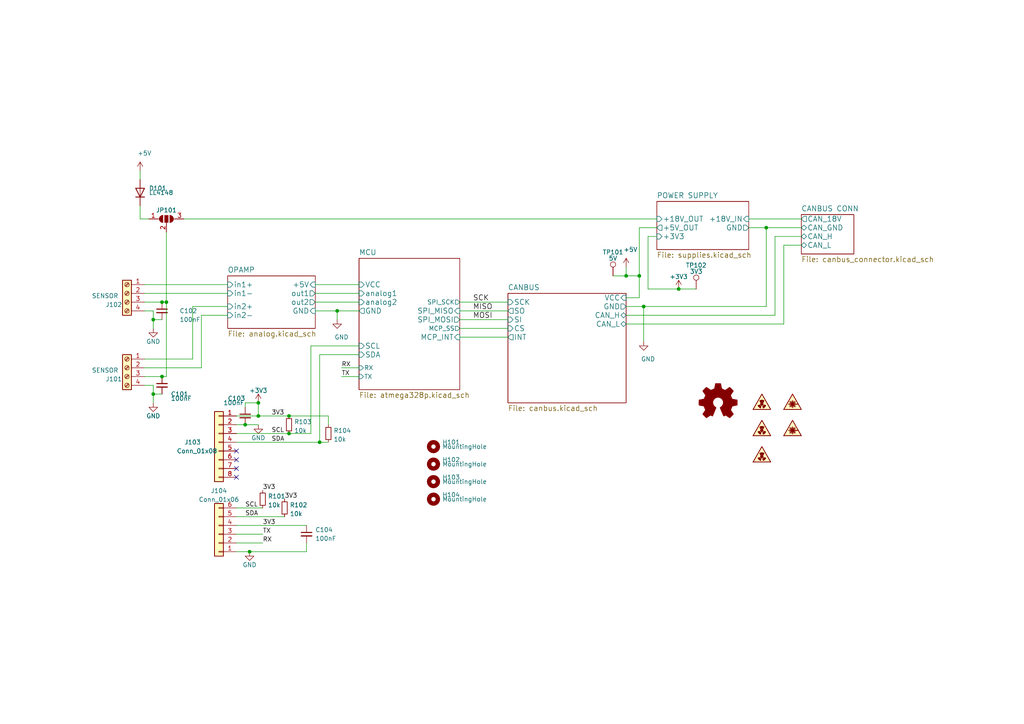
<source format=kicad_sch>
(kicad_sch (version 20211123) (generator eeschema)
  (paper "A4")
  (lib_symbols
    (symbol "Connector:Screw_Terminal_01x04" (pin_names (offset 1.016) hide)
      (property "Reference" "J" (at 0 5.08 0))
      (property "Value" "Screw_Terminal_01x04" (at 0 -7.62 0))
      (symbol "Screw_Terminal_01x04_1_1"
        (rectangle (start -1.27 3.81) (end 1.27 -6.35) (stroke (width 0.254)) (fill (type background)))
        (circle (center 0 -5.08) (radius 0.635) (stroke (width 0.1524)))
        (circle (center 0 -2.54) (radius 0.635) (stroke (width 0.1524)))
        (polyline (pts (xy -0.5334 -4.7498) (xy 0.3302 -5.588)) (stroke (width 0.1524)))
        (polyline (pts (xy -0.5334 -2.2098) (xy 0.3302 -3.048)) (stroke (width 0.1524)))
        (polyline (pts (xy -0.5334 0.3302) (xy 0.3302 -0.508)) (stroke (width 0.1524)))
        (polyline (pts (xy -0.5334 2.8702) (xy 0.3302 2.032)) (stroke (width 0.1524)))
        (polyline (pts (xy -0.3556 -4.572) (xy 0.508 -5.4102)) (stroke (width 0.1524)))
        (polyline (pts (xy -0.3556 -2.032) (xy 0.508 -2.8702)) (stroke (width 0.1524)))
        (polyline (pts (xy -0.3556 0.508) (xy 0.508 -0.3302)) (stroke (width 0.1524)))
        (polyline (pts (xy -0.3556 3.048) (xy 0.508 2.2098)) (stroke (width 0.1524)))
        (circle (center 0 0) (radius 0.635) (stroke (width 0.1524)))
        (circle (center 0 2.54) (radius 0.635) (stroke (width 0.1524)))
        (pin passive line (at -5.08 2.54 0) (length 3.81) (name "Pin_1") (number "1"))
        (pin passive line (at -5.08 0 0) (length 3.81) (name "Pin_2") (number "2"))
        (pin passive line (at -5.08 -2.54 0) (length 3.81) (name "Pin_3") (number "3"))
        (pin passive line (at -5.08 -5.08 0) (length 3.81) (name "Pin_4") (number "4"))
      )
    )
    (symbol "Connector:TestPoint" (pin_numbers hide) (pin_names (offset 0.762) hide)
      (property "Reference" "TP" (at 0 6.858 0))
      (property "Value" "TestPoint" (at 0 5.08 0))
      (symbol "TestPoint_0_1"
        (circle (center 0 3.302) (radius 0.762))
      )
      (symbol "TestPoint_1_1"
        (pin passive line (at 0 0 90) (length 2.54) (name "1") (number "1"))
      )
    )
    (symbol "Connector_Generic:Conn_01x06" (pin_names (offset 1.016) hide)
      (property "Reference" "J" (at 0 7.62 0))
      (property "Value" "Conn_01x06" (at 0 -10.16 0))
      (symbol "Conn_01x06_1_1"
        (rectangle (start -1.27 -7.493) (end 0 -7.747) (stroke (width 0.1524)))
        (rectangle (start -1.27 -4.953) (end 0 -5.207) (stroke (width 0.1524)))
        (rectangle (start -1.27 -2.413) (end 0 -2.667) (stroke (width 0.1524)))
        (rectangle (start -1.27 0.127) (end 0 -0.127) (stroke (width 0.1524)))
        (rectangle (start -1.27 2.667) (end 0 2.413) (stroke (width 0.1524)))
        (rectangle (start -1.27 5.207) (end 0 4.953) (stroke (width 0.1524)))
        (rectangle (start -1.27 6.35) (end 1.27 -8.89) (stroke (width 0.254)) (fill (type background)))
        (pin passive line (at -5.08 5.08 0) (length 3.81) (name "Pin_1") (number "1"))
        (pin passive line (at -5.08 2.54 0) (length 3.81) (name "Pin_2") (number "2"))
        (pin passive line (at -5.08 0 0) (length 3.81) (name "Pin_3") (number "3"))
        (pin passive line (at -5.08 -2.54 0) (length 3.81) (name "Pin_4") (number "4"))
        (pin passive line (at -5.08 -5.08 0) (length 3.81) (name "Pin_5") (number "5"))
        (pin passive line (at -5.08 -7.62 0) (length 3.81) (name "Pin_6") (number "6"))
      )
    )
    (symbol "Connector_Generic:Conn_01x08" (pin_names (offset 1.016) hide)
      (property "Reference" "J" (at 0 10.16 0))
      (property "Value" "Conn_01x08" (at 0 -12.7 0))
      (symbol "Conn_01x08_1_1"
        (rectangle (start -1.27 -10.033) (end 0 -10.287) (stroke (width 0.1524)))
        (rectangle (start -1.27 -7.493) (end 0 -7.747) (stroke (width 0.1524)))
        (rectangle (start -1.27 -4.953) (end 0 -5.207) (stroke (width 0.1524)))
        (rectangle (start -1.27 -2.413) (end 0 -2.667) (stroke (width 0.1524)))
        (rectangle (start -1.27 0.127) (end 0 -0.127) (stroke (width 0.1524)))
        (rectangle (start -1.27 2.667) (end 0 2.413) (stroke (width 0.1524)))
        (rectangle (start -1.27 5.207) (end 0 4.953) (stroke (width 0.1524)))
        (rectangle (start -1.27 7.747) (end 0 7.493) (stroke (width 0.1524)))
        (rectangle (start -1.27 8.89) (end 1.27 -11.43) (stroke (width 0.254)) (fill (type background)))
        (pin passive line (at -5.08 7.62 0) (length 3.81) (name "Pin_1") (number "1"))
        (pin passive line (at -5.08 5.08 0) (length 3.81) (name "Pin_2") (number "2"))
        (pin passive line (at -5.08 2.54 0) (length 3.81) (name "Pin_3") (number "3"))
        (pin passive line (at -5.08 0 0) (length 3.81) (name "Pin_4") (number "4"))
        (pin passive line (at -5.08 -2.54 0) (length 3.81) (name "Pin_5") (number "5"))
        (pin passive line (at -5.08 -5.08 0) (length 3.81) (name "Pin_6") (number "6"))
        (pin passive line (at -5.08 -7.62 0) (length 3.81) (name "Pin_7") (number "7"))
        (pin passive line (at -5.08 -10.16 0) (length 3.81) (name "Pin_8") (number "8"))
      )
    )
    (symbol "Device:C_Small" (pin_numbers hide) (pin_names (offset 0.254) hide)
      (property "Reference" "C" (at 0.254 1.778 0))
      (property "Value" "C_Small" (at 0.254 -2.032 0))
      (symbol "C_Small_0_1"
        (polyline (pts (xy -1.524 -0.508) (xy 1.524 -0.508)) (stroke (width 0.3302)))
        (polyline (pts (xy -1.524 0.508) (xy 1.524 0.508)) (stroke (width 0.3048)))
      )
      (symbol "C_Small_1_1"
        (pin passive line (at 0 2.54 270) (length 2.032) (name "~") (number "1"))
        (pin passive line (at 0 -2.54 90) (length 2.032) (name "~") (number "2"))
      )
    )
    (symbol "Device:R_Small" (pin_numbers hide) (pin_names (offset 0.254) hide)
      (property "Reference" "R" (at 0.762 0.508 0))
      (property "Value" "R_Small" (at 0.762 -1.016 0))
      (symbol "R_Small_0_1"
        (rectangle (start -0.762 1.778) (end 0.762 -1.778) (stroke (width 0.2032)))
      )
      (symbol "R_Small_1_1"
        (pin passive line (at 0 2.54 270) (length 0.762) (name "~") (number "1"))
        (pin passive line (at 0 -2.54 90) (length 0.762) (name "~") (number "2"))
      )
    )
    (symbol "Diode:LL4148" (pin_numbers hide) (pin_names (offset 1.016) hide)
      (property "Reference" "D" (at 0 2.54 0))
      (property "Value" "LL4148" (at 0 -2.54 0))
      (symbol "LL4148_0_1"
        (polyline (pts (xy -1.27 1.27) (xy -1.27 -1.27)) (stroke (width 0.254)))
        (polyline (pts (xy 1.27 0) (xy -1.27 0)))
        (polyline (pts (xy 1.27 1.27) (xy 1.27 -1.27) (xy -1.27 0) (xy 1.27 1.27)) (stroke (width 0.254)))
      )
      (symbol "LL4148_1_1"
        (pin passive line (at -3.81 0 0) (length 2.54) (name "K") (number "1"))
        (pin passive line (at 3.81 0 180) (length 2.54) (name "A") (number "2"))
      )
    )
    (symbol "Graphic:Logo_Open_Hardware_Small" (pin_names (offset 1.016))
      (symbol "Logo_Open_Hardware_Small_0_1"
        (polyline (pts (xy 3.3528 -4.3434) (xy 3.302 -4.318) (xy 3.175 -4.2418) (xy 2.9972 -4.1148) (xy 2.7686 -3.9624) (xy 2.54 -3.81) (xy 2.3622 -3.7084) (xy 2.2352 -3.6068) (xy 2.1844 -3.5814) (xy 2.159 -3.6068) (xy 2.0574 -3.6576) (xy 1.905 -3.7338) (xy 1.8034 -3.7846) (xy 1.6764 -3.8354) (xy 1.6002 -3.8354) (xy 1.6002 -3.8354) (xy 1.5494 -3.7338) (xy 1.4732 -3.5306) (xy 1.3462 -3.302) (xy 1.2446 -3.0226) (xy 1.1176 -2.7178) (xy 0.9652 -2.413) (xy 0.8636 -2.1082) (xy 0.7366 -1.8288) (xy 0.6604 -1.6256) (xy 0.6096 -1.4732) (xy 0.5842 -1.397) (xy 0.5842 -1.397) (xy 0.6604 -1.3208) (xy 0.7874 -1.2446) (xy 1.0414 -1.016) (xy 1.2954 -0.6858) (xy 1.4478 -0.3302) (xy 1.524 0.0762) (xy 1.4732 0.4572) (xy 1.3208 0.8128) (xy 1.0668 1.143) (xy 0.762 1.3716) (xy 0.4064 1.524) (xy 0 1.5748) (xy -0.381 1.5494) (xy -0.7366 1.397) (xy -1.0668 1.143) (xy -1.2192 0.9906) (xy -1.397 0.6604) (xy -1.524 0.3048) (xy -1.524 0.2286) (xy -1.4986 -0.1778) (xy -1.397 -0.5334) (xy -1.1938 -0.8636) (xy -0.9144 -1.143) (xy -0.8636 -1.1684) (xy -0.7366 -1.27) (xy -0.635 -1.3462) (xy -0.5842 -1.397) (xy -1.0668 -2.5908) (xy -1.143 -2.794) (xy -1.2954 -3.1242) (xy -1.397 -3.4036) (xy -1.4986 -3.6322) (xy -1.5748 -3.7846) (xy -1.6002 -3.8354) (xy -1.6002 -3.8354) (xy -1.651 -3.8354) (xy -1.7272 -3.81) (xy -1.905 -3.7338) (xy -2.0066 -3.683) (xy -2.1336 -3.6068) (xy -2.2098 -3.5814) (xy -2.2606 -3.6068) (xy -2.3622 -3.683) (xy -2.54 -3.81) (xy -2.7686 -3.9624) (xy -2.9718 -4.0894) (xy -3.1496 -4.2164) (xy -3.302 -4.318) (xy -3.3528 -4.3434) (xy -3.3782 -4.3434) (xy -3.429 -4.318) (xy -3.5306 -4.2164) (xy -3.7084 -4.064) (xy -3.937 -3.8354) (xy -3.9624 -3.81) (xy -4.1656 -3.6068) (xy -4.318 -3.4544) (xy -4.4196 -3.3274) (xy -4.445 -3.2766) (xy -4.445 -3.2766) (xy -4.4196 -3.2258) (xy -4.318 -3.0734) (xy -4.2164 -2.8956) (xy -4.064 -2.667) (xy -3.6576 -2.0828) (xy -3.8862 -1.5494) (xy -3.937 -1.3716) (xy -4.0386 -1.1684) (xy -4.0894 -1.0414) (xy -4.1148 -0.9652) (xy -4.191 -0.9398) (xy -4.318 -0.9144) (xy -4.5466 -0.8636) (xy -4.8006 -0.8128) (xy -5.0546 -0.7874) (xy -5.2578 -0.7366) (xy -5.4356 -0.7112) (xy -5.5118 -0.6858) (xy -5.5118 -0.6858) (xy -5.5372 -0.635) (xy -5.5372 -0.5588) (xy -5.5372 -0.4318) (xy -5.5626 -0.2286) (xy -5.5626 0.0762) (xy -5.5626 0.127) (xy -5.5372 0.4064) (xy -5.5372 0.635) (xy -5.5372 0.762) (xy -5.5372 0.8382) (xy -5.5372 0.8382) (xy -5.461 0.8382) (xy -5.3086 0.889) (xy -5.08 0.9144) (xy -4.826 0.9652) (xy -4.8006 0.9906) (xy -4.5466 1.0414) (xy -4.318 1.0668) (xy -4.1656 1.1176) (xy -4.0894 1.143) (xy -4.0894 1.143) (xy -4.0386 1.2446) (xy -3.9624 1.4224) (xy -3.8608 1.6256) (xy -3.7846 1.8288) (xy -3.7084 2.0066) (xy -3.6576 2.159) (xy -3.6322 2.2098) (xy -3.6322 2.2098) (xy -3.683 2.286) (xy -3.7592 2.413) (xy -3.8862 2.5908) (xy -4.064 2.8194) (xy -4.064 2.8448) (xy -4.2164 3.0734) (xy -4.3434 3.2512) (xy -4.4196 3.3782) (xy -4.445 3.4544) (xy -4.445 3.4544) (xy -4.3942 3.5052) (xy -4.2926 3.6322) (xy -4.1148 3.81) (xy -3.937 4.0132) (xy -3.8608 4.064) (xy -3.6576 4.2926) (xy -3.5052 4.4196) (xy -3.4036 4.4958) (xy -3.3528 4.5212) (xy -3.3528 4.5212) (xy -3.302 4.4704) (xy -3.1496 4.3688) (xy -2.9718 4.2418) (xy -2.7432 4.0894) (xy -2.7178 4.0894) (xy -2.4892 3.937) (xy -2.3114 3.81) (xy -2.1844 3.7084) (xy -2.1336 3.683) (xy -2.1082 3.683) (xy -2.032 3.7084) (xy -1.8542 3.7592) (xy -1.6764 3.8354) (xy -1.4732 3.937) (xy -1.27 4.0132) (xy -1.143 4.064) (xy -1.0668 4.1148) (xy -1.0668 4.1148) (xy -1.0414 4.191) (xy -1.016 4.3434) (xy -0.9652 4.572) (xy -0.9144 4.8514) (xy -0.889 4.9022) (xy -0.8382 5.1562) (xy -0.8128 5.3848) (xy -0.7874 5.5372) (xy -0.762 5.588) (xy -0.7112 5.6134) (xy -0.5842 5.6134) (xy -0.4064 5.6134) (xy -0.1524 5.6134) (xy 0.0762 5.6134) (xy 0.3302 5.6134) (xy 0.5334 5.6134) (xy 0.6858 5.588) (xy 0.7366 5.588) (xy 0.7366 5.588) (xy 0.762 5.5118) (xy 0.8128 5.334) (xy 0.8382 5.1054) (xy 0.9144 4.826) (xy 0.9144 4.7752) (xy 0.9652 4.5212) (xy 1.016 4.2926) (xy 1.0414 4.1402) (xy 1.0668 4.0894) (xy 1.0668 4.0894) (xy 1.1938 4.0386) (xy 1.3716 3.9624) (xy 1.5748 3.8608) (xy 2.0828 3.6576) (xy 2.7178 4.0894) (xy 2.7686 4.1402) (xy 2.9972 4.2926) (xy 3.175 4.4196) (xy 3.302 4.4958) (xy 3.3782 4.5212) (xy 3.3782 4.5212) (xy 3.429 4.4704) (xy 3.556 4.3434) (xy 3.7338 4.191) (xy 3.9116 3.9878) (xy 4.064 3.8354) (xy 4.2418 3.6576) (xy 4.3434 3.556) (xy 4.4196 3.4798) (xy 4.4196 3.429) (xy 4.4196 3.4036) (xy 4.3942 3.3274) (xy 4.2926 3.2004) (xy 4.1656 2.9972) (xy 4.0132 2.794) (xy 3.8862 2.5908) (xy 3.7592 2.3876) (xy 3.6576 2.2352) (xy 3.6322 2.159) (xy 3.6322 2.1336) (xy 3.683 2.0066) (xy 3.7592 1.8288) (xy 3.8608 1.6002) (xy 4.064 1.1176) (xy 4.3942 1.0414) (xy 4.5974 1.016) (xy 4.8768 0.9652) (xy 5.1308 0.9144) (xy 5.5372 0.8382) (xy 5.5626 -0.6604) (xy 5.4864 -0.6858) (xy 5.4356 -0.6858) (xy 5.2832 -0.7366) (xy 5.0546 -0.762) (xy 4.8006 -0.8128) (xy 4.5974 -0.8636) (xy 4.3688 -0.9144) (xy 4.2164 -0.9398) (xy 4.1402 -0.9398) (xy 4.1148 -0.9652) (xy 4.064 -1.0668) (xy 3.9878 -1.2446) (xy 3.9116 -1.4478) (xy 3.81 -1.651) (xy 3.7338 -1.8542) (xy 3.683 -2.0066) (xy 3.6576 -2.0828) (xy 3.683 -2.1336) (xy 3.7846 -2.2606) (xy 3.8862 -2.4638) (xy 4.0386 -2.667) (xy 4.191 -2.8956) (xy 4.318 -3.0734) (xy 4.3942 -3.2004) (xy 4.445 -3.2766) (xy 4.4196 -3.3274) (xy 4.3434 -3.429) (xy 4.1656 -3.5814) (xy 3.937 -3.8354) (xy 3.8862 -3.8608) (xy 3.683 -4.064) (xy 3.5306 -4.2164) (xy 3.4036 -4.318) (xy 3.3528 -4.3434)) (fill (type outline)))
      )
    )
    (symbol "Graphic:SYM_LASER_Small" (pin_names (offset 1.016) hide)
      (symbol "SYM_LASER_Small_0_1"
        (polyline (pts (xy -1.143 -0.381) (xy 1.651 -0.381)) (stroke (width 0.254)))
        (polyline (pts (xy -0.889 -0.762) (xy 0.889 0)))
        (polyline (pts (xy -0.889 0) (xy 0.889 -0.762)))
        (polyline (pts (xy -0.762 -1.143) (xy 0.762 0.381)) (stroke (width 0.254)))
        (polyline (pts (xy -0.381 0.508) (xy 0.381 -1.27)))
        (polyline (pts (xy 0 -1.397) (xy 0 0.635)) (stroke (width 0.254)))
        (polyline (pts (xy 0.381 0.508) (xy -0.381 -1.27)))
        (polyline (pts (xy 0.762 -1.143) (xy -0.762 0.381)) (stroke (width 0.254)))
        (polyline (pts (xy -2.54 -1.905) (xy 2.54 -1.905) (xy 0 2.54) (xy -2.54 -1.905)) (stroke (width 0.254)) (fill (type background)))
      )
    )
    (symbol "Graphic:SYM_Radioactive_Radiation_Small" (pin_names (offset 1.016) hide)
      (symbol "SYM_Radioactive_Radiation_Small_0_0"
        (arc (start -1.1176 -0.7366) (mid -0.8421 -1.2231) (end -0.3556 -1.4986))
        (arc (start -0.6096 -0.6096) (mid -0.4656 -0.8429) (end -0.2286 -0.9906))
        (circle (center -0.0254 -0.3556) (radius 0.3556) (stroke (width 0.254)) (fill (type outline)))
        (polyline (pts (xy -1.1176 -0.7366) (xy -0.6096 -0.6096)))
        (polyline (pts (xy -0.635 0.6096) (xy -0.381 0.1016)))
        (polyline (pts (xy -0.3556 -1.4986) (xy -0.2286 -0.9906)))
        (polyline (pts (xy 0.3556 -1.4986) (xy 0.2286 -0.9906)))
        (polyline (pts (xy 0.635 0.6096) (xy 0.381 0.1016)))
        (polyline (pts (xy 1.1176 -0.7366) (xy 0.6096 -0.6096)))
        (polyline (pts (xy -0.6096 -0.6604) (xy -0.508 -0.8636) (xy -0.254 -0.9652) (xy -0.4064 -1.4732) (xy -0.762 -1.2192) (xy -0.9652 -1.016) (xy -1.0668 -0.7112) (xy -0.6096 -0.6604)) (fill (type outline)))
        (polyline (pts (xy 0.6096 -0.6096) (xy 0.4572 -0.8636) (xy 0.254 -1.016) (xy 0.4064 -1.4732) (xy 0.7112 -1.27) (xy 0.9144 -1.0668) (xy 1.0668 -0.762) (xy 0.6096 -0.6604)) (fill (type outline)))
        (polyline (pts (xy -0.3556 0.1524) (xy -0.1016 0.254) (xy 0.1524 0.254) (xy 0.3556 0.1016) (xy 0.6096 0.6096) (xy 0.3556 0.7112) (xy 0.1016 0.762) (xy -0.1524 0.762) (xy -0.4572 0.6604) (xy -0.6096 0.6096) (xy -0.4064 0.1524)) (fill (type outline)))
        (arc (start 0.2286 -0.9906) (mid 0.4619 -0.8466) (end 0.6096 -0.6096))
        (arc (start 0.3556 -1.4986) (mid 0.8421 -1.2231) (end 1.1176 -0.7366))
        (arc (start 0.381 0.1016) (mid 0 0.2594) (end -0.381 0.1016))
        (arc (start 0.635 0.6096) (mid 0 0.8131) (end -0.635 0.6096))
      )
      (symbol "SYM_Radioactive_Radiation_Small_0_1"
        (polyline (pts (xy -2.54 -1.905) (xy 2.54 -1.905) (xy 0 2.54) (xy -2.54 -1.905)) (stroke (width 0.254)) (fill (type background)))
      )
    )
    (symbol "Jumper:SolderJumper_3_Open" (pin_names (offset 0) hide)
      (property "Reference" "JP" (at -2.54 -2.54 0))
      (property "Value" "SolderJumper_3_Open" (at 0 2.794 0))
      (symbol "SolderJumper_3_Open_0_1"
        (arc (start -1.016 1.016) (mid -2.032 0) (end -1.016 -1.016))
        (arc (start -1.016 1.016) (mid -2.032 0) (end -1.016 -1.016) (fill (type outline)))
        (rectangle (start -0.508 1.016) (end 0.508 -1.016) (fill (type outline)))
        (polyline (pts (xy -2.54 0) (xy -2.032 0)))
        (polyline (pts (xy -1.016 1.016) (xy -1.016 -1.016)))
        (polyline (pts (xy 0 -1.27) (xy 0 -1.016)))
        (polyline (pts (xy 1.016 1.016) (xy 1.016 -1.016)))
        (polyline (pts (xy 2.54 0) (xy 2.032 0)))
        (arc (start 1.016 -1.016) (mid 2.032 0) (end 1.016 1.016))
        (arc (start 1.016 -1.016) (mid 2.032 0) (end 1.016 1.016) (fill (type outline)))
      )
      (symbol "SolderJumper_3_Open_1_1"
        (pin passive line (at -5.08 0 0) (length 2.54) (name "A") (number "1"))
        (pin passive line (at 0 -3.81 90) (length 2.54) (name "C") (number "2"))
        (pin passive line (at 5.08 0 180) (length 2.54) (name "B") (number "3"))
      )
    )
    (symbol "Mechanical:MountingHole" (pin_names (offset 1.016))
      (property "Reference" "H" (at 0 5.08 0))
      (property "Value" "MountingHole" (at 0 3.175 0))
      (symbol "MountingHole_0_1"
        (circle (center 0 0) (radius 1.27) (stroke (width 1.27)))
      )
    )
    (symbol "power:+3.3V" (power) (pin_names (offset 0))
      (property "Value" "+3.3V" (at 0 3.556 0))
      (symbol "+3.3V_0_1"
        (polyline (pts (xy -0.762 1.27) (xy 0 2.54)))
        (polyline (pts (xy 0 0) (xy 0 2.54)))
        (polyline (pts (xy 0 2.54) (xy 0.762 1.27)))
      )
      (symbol "+3.3V_1_1"
        (pin power_in line (at 0 0 90) (length 0) hide (name "+3V3") (number "1"))
      )
    )
    (symbol "power:+5V" (power) (pin_names (offset 0))
      (property "Value" "+5V" (at 0 3.556 0))
      (symbol "+5V_0_1"
        (polyline (pts (xy -0.762 1.27) (xy 0 2.54)))
        (polyline (pts (xy 0 0) (xy 0 2.54)))
        (polyline (pts (xy 0 2.54) (xy 0.762 1.27)))
      )
      (symbol "+5V_1_1"
        (pin power_in line (at 0 0 90) (length 0) hide (name "+5V") (number "1"))
      )
    )
    (symbol "power:GND" (power) (pin_names (offset 0))
      (property "Value" "GND" (at 0 -3.81 0))
      (symbol "GND_0_1"
        (polyline (pts (xy 0 0) (xy 0 -1.27) (xy 1.27 -1.27) (xy 0 -2.54) (xy -1.27 -1.27) (xy 0 -1.27)))
      )
      (symbol "GND_1_1"
        (pin power_in line (at 0 0 270) (length 0) hide (name "GND") (number "1"))
      )
    )
  )
  (junction (at 83.82 120.65))
  (junction (at 92.71 128.27))
  (junction (at 44.45 114.3))
  (junction (at 72.39 160.02))
  (junction (at 186.69 88.9))
  (junction (at 46.99 109.22))
  (junction (at 97.79 90.17))
  (junction (at 46.99 87.63))
  (junction (at 44.45 92.71))
  (junction (at 83.82 125.73))
  (junction (at 185.42 80.01))
  (junction (at 222.25 66.04))
  (junction (at 74.93 116.84))
  (junction (at 181.61 80.01))
  (junction (at 196.85 83.82))
  (junction (at 48.26 87.63))
  (junction (at 74.93 120.65))
  (junction (at 71.12 123.19))
  (no_connect (at 68.58 130.81))
  (no_connect (at 68.58 133.35))
  (no_connect (at 68.58 138.43))
  (no_connect (at 68.58 135.89))
  (wire (pts (xy 222.25 88.9) (xy 186.69 88.9)))
  (wire (pts (xy 83.82 125.73) (xy 90.17 125.73)))
  (wire (pts (xy 68.58 157.48) (xy 76.2 157.48)))
  (wire (pts (xy 74.93 120.65) (xy 74.93 116.84)))
  (wire (pts (xy 40.64 63.5) (xy 43.18 63.5)))
  (wire (pts (xy 185.42 80.01) (xy 185.42 86.36)))
  (wire (pts (xy 44.45 111.76) (xy 41.91 111.76)))
  (wire (pts (xy 44.45 90.17) (xy 41.91 90.17)))
  (wire (pts (xy 55.88 88.9) (xy 66.04 88.9)))
  (wire (pts (xy 58.42 91.44) (xy 58.42 106.68)))
  (wire (pts (xy 44.45 114.3) (xy 44.45 111.76)))
  (wire (pts (xy 88.9 160.02) (xy 88.9 157.48)))
  (wire (pts (xy 91.44 90.17) (xy 97.79 90.17)))
  (wire (pts (xy 232.41 68.58) (xy 224.79 68.58)))
  (wire (pts (xy 41.91 106.68) (xy 58.42 106.68)))
  (wire (pts (xy 74.93 120.65) (xy 83.82 120.65)))
  (wire (pts (xy 147.32 90.17) (xy 133.35 90.17)))
  (wire (pts (xy 76.2 154.94) (xy 68.58 154.94)))
  (wire (pts (xy 44.45 114.3) (xy 44.45 116.84)))
  (wire (pts (xy 91.44 82.55) (xy 104.14 82.55)))
  (wire (pts (xy 46.99 87.63) (xy 48.26 87.63)))
  (wire (pts (xy 44.45 92.71) (xy 44.45 95.25)))
  (wire (pts (xy 224.79 68.58) (xy 224.79 91.44)))
  (wire (pts (xy 41.91 104.14) (xy 55.88 104.14)))
  (wire (pts (xy 83.82 125.73) (xy 68.58 125.73)))
  (wire (pts (xy 41.91 85.09) (xy 66.04 85.09)))
  (wire (pts (xy 99.06 109.22) (xy 104.14 109.22)))
  (wire (pts (xy 104.14 102.87) (xy 92.71 102.87)))
  (wire (pts (xy 181.61 93.98) (xy 227.33 93.98)))
  (wire (pts (xy 95.25 128.27) (xy 92.71 128.27)))
  (wire (pts (xy 181.61 77.47) (xy 181.61 80.01)))
  (wire (pts (xy 58.42 91.44) (xy 66.04 91.44)))
  (wire (pts (xy 46.99 114.3) (xy 44.45 114.3)))
  (wire (pts (xy 222.25 66.04) (xy 232.41 66.04)))
  (wire (pts (xy 74.93 123.19) (xy 71.12 123.19)))
  (wire (pts (xy 68.58 147.32) (xy 76.2 147.32)))
  (wire (pts (xy 147.32 97.79) (xy 133.35 97.79)))
  (wire (pts (xy 92.71 102.87) (xy 92.71 128.27)))
  (wire (pts (xy 68.58 123.19) (xy 71.12 123.19)))
  (wire (pts (xy 90.17 100.33) (xy 104.14 100.33)))
  (wire (pts (xy 95.25 120.65) (xy 95.25 123.19)))
  (wire (pts (xy 181.61 80.01) (xy 177.8 80.01)))
  (wire (pts (xy 190.5 68.58) (xy 187.96 68.58)))
  (wire (pts (xy 40.64 59.69) (xy 40.64 63.5)))
  (wire (pts (xy 41.91 87.63) (xy 46.99 87.63)))
  (wire (pts (xy 186.69 88.9) (xy 181.61 88.9)))
  (wire (pts (xy 48.26 109.22) (xy 46.99 109.22)))
  (wire (pts (xy 68.58 152.4) (xy 88.9 152.4)))
  (wire (pts (xy 222.25 66.04) (xy 222.25 88.9)))
  (wire (pts (xy 217.17 66.04) (xy 222.25 66.04)))
  (wire (pts (xy 92.71 128.27) (xy 68.58 128.27)))
  (wire (pts (xy 41.91 109.22) (xy 46.99 109.22)))
  (wire (pts (xy 147.32 95.25) (xy 133.35 95.25)))
  (wire (pts (xy 181.61 80.01) (xy 185.42 80.01)))
  (wire (pts (xy 68.58 120.65) (xy 74.93 120.65)))
  (wire (pts (xy 99.06 106.68) (xy 104.14 106.68)))
  (wire (pts (xy 186.69 88.9) (xy 186.69 99.06)))
  (wire (pts (xy 196.85 83.82) (xy 201.93 83.82)))
  (wire (pts (xy 40.64 49.53) (xy 40.64 52.07)))
  (wire (pts (xy 46.99 92.71) (xy 44.45 92.71)))
  (wire (pts (xy 91.44 87.63) (xy 104.14 87.63)))
  (wire (pts (xy 68.58 149.86) (xy 82.55 149.86)))
  (wire (pts (xy 187.96 68.58) (xy 187.96 83.82)))
  (wire (pts (xy 187.96 83.82) (xy 196.85 83.82)))
  (wire (pts (xy 232.41 63.5) (xy 217.17 63.5)))
  (wire (pts (xy 53.34 63.5) (xy 190.5 63.5)))
  (wire (pts (xy 83.82 120.65) (xy 95.25 120.65)))
  (wire (pts (xy 227.33 93.98) (xy 227.33 71.12)))
  (wire (pts (xy 48.26 67.31) (xy 48.26 87.63)))
  (wire (pts (xy 224.79 91.44) (xy 181.61 91.44)))
  (wire (pts (xy 44.45 92.71) (xy 44.45 90.17)))
  (wire (pts (xy 66.04 82.55) (xy 41.91 82.55)))
  (wire (pts (xy 147.32 87.63) (xy 133.35 87.63)))
  (wire (pts (xy 91.44 85.09) (xy 104.14 85.09)))
  (wire (pts (xy 227.33 71.12) (xy 232.41 71.12)))
  (wire (pts (xy 190.5 66.04) (xy 185.42 66.04)))
  (wire (pts (xy 55.88 88.9) (xy 55.88 104.14)))
  (wire (pts (xy 72.39 160.02) (xy 88.9 160.02)))
  (wire (pts (xy 48.26 87.63) (xy 48.26 109.22)))
  (wire (pts (xy 185.42 86.36) (xy 181.61 86.36)))
  (wire (pts (xy 74.93 116.84) (xy 71.12 116.84)))
  (wire (pts (xy 90.17 125.73) (xy 90.17 100.33)))
  (wire (pts (xy 97.79 90.17) (xy 104.14 90.17)))
  (wire (pts (xy 185.42 66.04) (xy 185.42 80.01)))
  (wire (pts (xy 71.12 116.84) (xy 71.12 118.11)))
  (wire (pts (xy 133.35 92.71) (xy 147.32 92.71)))
  (wire (pts (xy 97.79 92.71) (xy 97.79 90.17)))
  (wire (pts (xy 68.58 160.02) (xy 72.39 160.02)))
  (label "TX" (at 76.2 154.94 0))
  (label "SDA" (at 71.12 149.86 0))
  (label "SCL" (at 78.74 125.73 0))
  (label "MISO" (at 137.16 90.17 0) (effects (font (size 1.524 1.524))))
  (label "MOSI" (at 137.16 92.71 0) (effects (font (size 1.524 1.524))))
  (label "3V3" (at 82.55 144.78 0))
  (label "SCL" (at 71.12 147.32 0))
  (label "TX" (at 99.06 109.22 0))
  (label "3V3" (at 76.2 142.24 0))
  (label "3V3" (at 76.2 152.4 0))
  (label "SDA" (at 78.74 128.27 0))
  (label "3V3" (at 78.74 120.65 0))
  (label "RX" (at 99.06 106.68 0))
  (label "RX" (at 76.2 157.48 0))
  (label "SCK" (at 137.16 87.63 0) (effects (font (size 1.524 1.524))))
  (symbol (lib_id "Graphic:SYM_Radioactive_Radiation_Small") (at 220.98 132.08 0) (unit 1) (in_bom no)
    (property "Reference" "SYM103" (effects hide))
    (property "Value" "SYM_Radioactive_Radiation_Small" (effects hide))
    (property "Footprint" "KicadZeniteSolarLibrary18:symbol_naolavar" (effects hide))
  )
  (symbol (lib_id "power:GND") (at 97.79 92.71 0) (unit 1)
    (property "Reference" "#PWR0107" (effects hide))
    (property "Value" "GND" (at 99.06 97.79 0))
  )
  (symbol (lib_id "Connector_Generic:Conn_01x08") (at 63.5 128.27 0) (mirror y) (unit 1)
    (property "Reference" "J103" (at 55.88 128.27 0))
    (property "Value" "Conn_01x08" (at 57.15 130.81 0))
    (property "Footprint" "Connector_PinHeader_1.00mm:PinHeader_1x08_P1.00mm_Vertical" (effects hide))
  )
  (symbol (lib_id "power:GND") (at 44.45 95.25 0) (unit 1)
    (property "Reference" "#PWR0102" (effects hide))
    (property "Value" "GND" (at 44.45 99.06 0))
  )
  (symbol (lib_id "Diode:LL4148") (at 40.64 55.88 90) (unit 1)
    (property "Reference" "D101" (at 43.18 54.61 90) (effects (justify right)))
    (property "Value" "LL4148" (at 43.18 55.88 90) (effects (justify right)))
    (property "Footprint" "Diode_SMD:D_MiniMELF_Handsoldering" (effects hide))
    (property "Datasheet" "http://www.vishay.com/docs/85557/ll4148.pdf" (effects hide))
  )
  (symbol (lib_id "Mechanical:MountingHole") (at 125.73 144.78 0) (unit 1)
    (property "Reference" "H104" (at 128.27 143.51 0) (effects (justify left)))
    (property "Value" "MountingHole" (at 128.27 144.78 0) (effects (justify left)))
    (property "Footprint" "MountingHole:MountingHole_3.2mm_M3" (effects hide))
  )
  (symbol (lib_id "Connector_Generic:Conn_01x06") (at 63.5 154.94 180) (unit 1)
    (property "Reference" "J104" (at 63.5 142.3502 0))
    (property "Value" "Conn_01x06" (at 63.5 144.8871 0))
    (property "Footprint" "Connector_PinHeader_2.54mm:PinHeader_1x06_P2.54mm_Vertical" (effects hide))
  )
  (symbol (lib_id "Graphic:SYM_LASER_Small") (at 229.87 124.46 0) (unit 1) (in_bom no)
    (property "Reference" "SYM105" (effects hide))
    (property "Value" "SYM_LASER_Small" (effects hide))
    (property "Footprint" "KicadZeniteSolarLibrary18:synbol_logoifsc" (effects hide))
  )
  (symbol (lib_id "Mechanical:MountingHole") (at 125.73 134.62 0) (unit 1)
    (property "Reference" "H102" (at 128.27 133.35 0) (effects (justify left)))
    (property "Value" "MountingHole" (at 128.27 134.62 0) (effects (justify left)))
    (property "Footprint" "MountingHole:MountingHole_3.2mm_M3" (effects hide))
  )
  (symbol (lib_id "power:GND") (at 44.45 116.84 0) (unit 1)
    (property "Reference" "#PWR0103" (effects hide))
    (property "Value" "GND" (at 44.45 120.65 0))
  )
  (symbol (lib_id "power:+3.3V") (at 196.85 83.82 0) (unit 1)
    (property "Reference" "#PWR0110" (effects hide))
    (property "Value" "+3.3V" (at 196.85 80.2442 0))
  )
  (symbol (lib_id "Device:C_Small") (at 46.99 90.17 0) (unit 1)
    (property "Reference" "C102" (at 52.07 90.17 0) (effects (justify left)))
    (property "Value" "100nF" (at 52.07 92.71 0) (effects (justify left)))
    (property "Footprint" "Capacitor_SMD:C_0805_2012Metric_Pad1.18x1.45mm_HandSolder" (effects hide))
  )
  (symbol (lib_id "Graphic:SYM_Radioactive_Radiation_Small") (at 220.98 116.84 0) (unit 1) (in_bom no)
    (property "Reference" "SYM101" (effects hide))
    (property "Value" "SYM_Radioactive_Radiation_Small" (effects hide))
    (property "Footprint" "KicadZeniteSolarLibrary18:symbol_logoZenite" (effects hide))
  )
  (symbol (lib_id "Connector:Screw_Terminal_01x04") (at 36.83 85.09 0) (mirror y) (unit 1)
    (property "Reference" "J102" (at 33.02 87.63 0) (effects (justify top)))
    (property "Value" "SENSOR" (at 30.48 85.09 0) (effects (justify top)))
    (property "Footprint" "TerminalBlock:TerminalBlock_bornier-4_P5.08mm" (effects hide))
  )
  (symbol (lib_id "power:+3.3V") (at 74.93 116.84 0) (unit 1)
    (property "Reference" "#PWR0105" (effects hide))
    (property "Value" "+3.3V" (at 74.93 113.2642 0))
  )
  (symbol (lib_id "power:+5V") (at 40.64 49.53 0) (unit 1)
    (property "Reference" "#PWR0101" (effects hide))
    (property "Value" "+5V" (at 41.91 44.45 0))
  )
  (symbol (lib_id "Connector:TestPoint") (at 177.8 80.01 0) (unit 1)
    (property "Reference" "TP101" (at 177.8 73.152 0))
    (property "Value" "5V" (at 177.8 74.93 0))
    (property "Footprint" "TestPoint:TestPoint_Pad_2.0x2.0mm" (effects hide))
  )
  (symbol (lib_id "Connector:TestPoint") (at 201.93 83.82 0) (unit 1)
    (property "Reference" "TP102" (at 201.93 76.962 0))
    (property "Value" "3V3" (at 201.93 78.74 0))
    (property "Footprint" "TestPoint:TestPoint_Pad_2.0x2.0mm" (effects hide))
  )
  (symbol (lib_id "Connector:Screw_Terminal_01x04") (at 36.83 106.68 0) (mirror y) (unit 1)
    (property "Reference" "J101" (at 33.02 109.22 0) (effects (justify top)))
    (property "Value" "SENSOR" (at 30.48 106.68 0) (effects (justify top)))
    (property "Footprint" "TerminalBlock:TerminalBlock_bornier-4_P5.08mm" (effects hide))
  )
  (symbol (lib_id "Mechanical:MountingHole") (at 125.73 129.54 0) (unit 1)
    (property "Reference" "H101" (at 128.27 128.27 0) (effects (justify left)))
    (property "Value" "MountingHole" (at 128.27 129.54 0) (effects (justify left)))
    (property "Footprint" "MountingHole:MountingHole_3.2mm_M3" (effects hide))
  )
  (symbol (lib_id "Device:C_Small") (at 71.12 120.65 0) (unit 1)
    (property "Reference" "C103" (at 66.04 115.57 0) (effects (justify left)))
    (property "Value" "100nF" (at 64.77 116.84 0) (effects (justify left)))
    (property "Footprint" "Capacitor_SMD:C_0805_2012Metric_Pad1.18x1.45mm_HandSolder" (effects hide))
  )
  (symbol (lib_id "Mechanical:MountingHole") (at 125.73 139.7 0) (unit 1)
    (property "Reference" "H103" (at 128.27 138.43 0) (effects (justify left)))
    (property "Value" "MountingHole" (at 128.27 139.7 0) (effects (justify left)))
    (property "Footprint" "MountingHole:MountingHole_3.2mm_M3" (effects hide))
  )
  (symbol (lib_id "Device:R_Small") (at 76.2 144.78 0) (unit 1)
    (property "Reference" "R101" (at 77.6986 143.9453 0) (effects (justify left)))
    (property "Value" "10k" (at 77.6986 146.4822 0) (effects (justify left)))
    (property "Footprint" "Resistor_SMD:R_0805_2012Metric_Pad1.20x1.40mm_HandSolder" (effects hide))
  )
  (symbol (lib_id "power:GND") (at 74.93 123.19 0) (unit 1)
    (property "Reference" "#PWR0106" (effects hide))
    (property "Value" "GND" (at 74.93 127 0))
  )
  (symbol (lib_id "Graphic:SYM_LASER_Small") (at 229.87 116.84 0) (unit 1) (in_bom no)
    (property "Reference" "SYM104" (effects hide))
    (property "Value" "SYM_LASER_Small" (effects hide))
    (property "Footprint" "KicadZeniteSolarLibrary18:synbol_logoifsc" (effects hide))
  )
  (symbol (lib_id "Device:R_Small") (at 95.25 125.73 0) (unit 1)
    (property "Reference" "R104" (at 96.7486 124.8953 0) (effects (justify left)))
    (property "Value" "10k" (at 96.7486 127.4322 0) (effects (justify left)))
    (property "Footprint" "Resistor_SMD:R_0805_2012Metric_Pad1.20x1.40mm_HandSolder" (effects hide))
  )
  (symbol (lib_id "power:GND") (at 72.39 160.02 0) (unit 1)
    (property "Reference" "#PWR0104" (effects hide))
    (property "Value" "GND" (at 72.39 163.83 0))
  )
  (symbol (lib_id "Device:R_Small") (at 82.55 147.32 0) (unit 1)
    (property "Reference" "R102" (at 84.0486 146.4853 0) (effects (justify left)))
    (property "Value" "10k" (at 84.0486 149.0222 0) (effects (justify left)))
    (property "Footprint" "Resistor_SMD:R_0805_2012Metric_Pad1.20x1.40mm_HandSolder" (effects hide))
  )
  (symbol (lib_id "power:+5V") (at 181.61 77.47 0) (unit 1)
    (property "Reference" "#PWR0108" (effects hide))
    (property "Value" "+5V" (at 182.88 72.39 0))
  )
  (symbol (lib_id "Graphic:SYM_Radioactive_Radiation_Small") (at 220.98 124.46 0) (unit 1) (in_bom no)
    (property "Reference" "SYM102" (effects hide))
    (property "Value" "SYM_Radioactive_Radiation_Small" (effects hide))
    (property "Footprint" "KicadZeniteSolarLibrary18:symbol_logoZenite" (effects hide))
  )
  (symbol (lib_id "Graphic:Logo_Open_Hardware_Small") (at 208.28 116.84 0) (unit 1) (in_bom no)
    (property "Reference" "LOGO101" (effects hide))
    (property "Value" "Logo_Open_Hardware_Small" (effects hide))
    (property "Footprint" "Symbol:OSHW-Logo2_7.3x6mm_SilkScreen" (effects hide))
  )
  (symbol (lib_id "Device:R_Small") (at 83.82 123.19 0) (unit 1)
    (property "Reference" "R103" (at 85.3186 122.3553 0) (effects (justify left)))
    (property "Value" "10k" (at 85.3186 124.8922 0) (effects (justify left)))
    (property "Footprint" "Resistor_SMD:R_0805_2012Metric_Pad1.20x1.40mm_HandSolder" (effects hide))
  )
  (symbol (lib_id "Jumper:SolderJumper_3_Open") (at 48.26 63.5 0) (unit 1)
    (property "Reference" "JP101" (at 48.26 60.96 0))
    (property "Value" "jmp" (effects hide))
    (property "Footprint" "Jumper:SolderJumper-3_P1.3mm_Open_RoundedPad1.0x1.5mm" (effects hide))
  )
  (symbol (lib_id "power:GND") (at 186.69 99.06 0) (unit 1)
    (property "Reference" "#PWR0109" (effects hide))
    (property "Value" "GND" (at 187.96 104.14 0))
  )
  (symbol (lib_id "Device:C_Small") (at 88.9 154.94 0) (unit 1)
    (property "Reference" "C104" (at 91.44 153.67 0) (effects (justify left)))
    (property "Value" "100nF" (at 91.44 156.21 0) (effects (justify left)))
    (property "Footprint" "Capacitor_SMD:C_0805_2012Metric_Pad1.18x1.45mm_HandSolder" (effects hide))
  )
  (symbol (lib_id "Device:C_Small") (at 46.99 111.76 0) (unit 1)
    (property "Reference" "C101" (at 49.53 114.3 0) (effects (justify left)))
    (property "Value" "100nF" (at 49.53 115.57 0) (effects (justify left)))
    (property "Footprint" "Capacitor_SMD:C_0805_2012Metric_Pad1.18x1.45mm_HandSolder" (effects hide))
  )
  (sheet (at 66.04 80.01) (size 25.4 15.24)
    (property "Sheet name" "OPAMP" (at 66.04 79.1714 0) (effects (font (size 1.524 1.524)) (justify left bottom)))
    (property "Sheet file" "analog.kicad_sch" (at 66.04 95.9362 0) (effects (font (size 1.524 1.524)) (justify left top)))
    (pin "+5V" input (at 91.44 82.55 0) (effects (font (size 1.524 1.524))))
    (pin "GND" input (at 91.44 90.17 0) (effects (font (size 1.524 1.524))))
    (pin "out1" output (at 91.44 85.09 0) (effects (font (size 1.524 1.524))))
    (pin "in1-" input (at 66.04 85.09 180) (effects (font (size 1.524 1.524))))
    (pin "in1+" input (at 66.04 82.55 180) (effects (font (size 1.524 1.524))))
    (pin "out2" output (at 91.44 87.63 0) (effects (font (size 1.524 1.524))))
    (pin "in2-" input (at 66.04 91.44 180) (effects (font (size 1.524 1.524))))
    (pin "in2+" input (at 66.04 88.9 180) (effects (font (size 1.524 1.524))))
  )
  (sheet (at 147.32 85.09) (size 34.29 31.75)
    (property "Sheet name" "CANBUS" (at 147.32 84.2514 0) (effects (font (size 1.524 1.524)) (justify left bottom)))
    (property "Sheet file" "canbus.kicad_sch" (at 147.32 117.5262 0) (effects (font (size 1.524 1.524)) (justify left top)))
    (pin "SI" input (at 147.32 92.71 180) (effects (font (size 1.524 1.524))))
    (pin "SO" output (at 147.32 90.17 180) (effects (font (size 1.524 1.524))))
    (pin "CS" input (at 147.32 95.25 180) (effects (font (size 1.524 1.524))))
    (pin "SCK" input (at 147.32 87.63 180) (effects (font (size 1.524 1.524))))
    (pin "INT" output (at 147.32 97.79 180) (effects (font (size 1.524 1.524))))
    (pin "GND" output (at 181.61 88.9 0) (effects (font (size 1.524 1.524))))
    (pin "VCC" input (at 181.61 86.36 0) (effects (font (size 1.524 1.524))))
    (pin "CAN_H" bidirectional (at 181.61 91.44 0) (effects (font (size 1.524 1.524))))
    (pin "CAN_L" bidirectional (at 181.61 93.98 0) (effects (font (size 1.524 1.524))))
  )
  (sheet (at 190.5 58.42) (size 26.67 13.97)
    (property "Sheet name" "POWER SUPPLY" (at 190.5 57.5814 0) (effects (font (size 1.524 1.524)) (justify left bottom)))
    (property "Sheet file" "supplies.kicad_sch" (at 190.5 73.0762 0) (effects (font (size 1.524 1.524)) (justify left top)))
    (pin "GND" output (at 217.17 66.04 0) (effects (font (size 1.524 1.524))))
    (pin "+5V_OUT" output (at 190.5 66.04 180) (effects (font (size 1.524 1.524))))
    (pin "+18V_IN" input (at 217.17 63.5 0) (effects (font (size 1.524 1.524))))
    (pin "+18V_OUT" input (at 190.5 63.5 180) (effects (font (size 1.524 1.524))))
    (pin "+3V3" input (at 190.5 68.58 180) (effects (font (size 1.524 1.524))))
  )
  (sheet (at 232.41 62.23) (size 15.24 11.43)
    (property "Sheet name" "CANBUS CONN" (at 232.41 61.3914 0) (effects (font (size 1.524 1.524)) (justify left bottom)))
    (property "Sheet file" "canbus_connector.kicad_sch" (at 232.41 74.3462 0) (effects (font (size 1.524 1.524)) (justify left top)))
    (pin "CAN_H" bidirectional (at 232.41 68.58 180) (effects (font (size 1.524 1.524))))
    (pin "CAN_L" bidirectional (at 232.41 71.12 180) (effects (font (size 1.524 1.524))))
    (pin "CAN_18V" output (at 232.41 63.5 180) (effects (font (size 1.524 1.524))))
    (pin "CAN_GND" bidirectional (at 232.41 66.04 180) (effects (font (size 1.524 1.524))))
  )
  (sheet (at 104.14 74.93) (size 29.21 38.1)
    (property "Sheet name" "MCU" (at 104.14 74.0914 0) (effects (font (size 1.524 1.524)) (justify left bottom)))
    (property "Sheet file" "atmega328p.kicad_sch" (at 104.14 113.7162 0) (effects (font (size 1.524 1.524)) (justify left top)))
    (pin "SPI_MISO" input (at 133.35 90.17 0) (effects (font (size 1.524 1.524))))
    (pin "SPI_MOSI" output (at 133.35 92.71 0) (effects (font (size 1.524 1.524))))
    (pin "MCP_INT" input (at 133.35 97.79 0) (effects (font (size 1.524 1.524))))
    (pin "VCC" input (at 104.14 82.55 180) (effects (font (size 1.524 1.524))))
    (pin "GND" output (at 104.14 90.17 180) (effects (font (size 1.524 1.524))))
    (pin "analog1" input (at 104.14 85.09 180) (effects (font (size 1.524 1.524))))
    (pin "SPI_SCK" output (at 133.35 87.63 0))
    (pin "MCP_SS" output (at 133.35 95.25 0))
    (pin "analog2" input (at 104.14 87.63 180) (effects (font (size 1.524 1.524))))
    (pin "SCL" input (at 104.14 100.33 180) (effects (font (size 1.524 1.524))))
    (pin "SDA" input (at 104.14 102.87 180) (effects (font (size 1.524 1.524))))
    (pin "RX" input (at 104.14 106.68 180))
    (pin "TX" input (at 104.14 109.22 180))
  )
)
</source>
